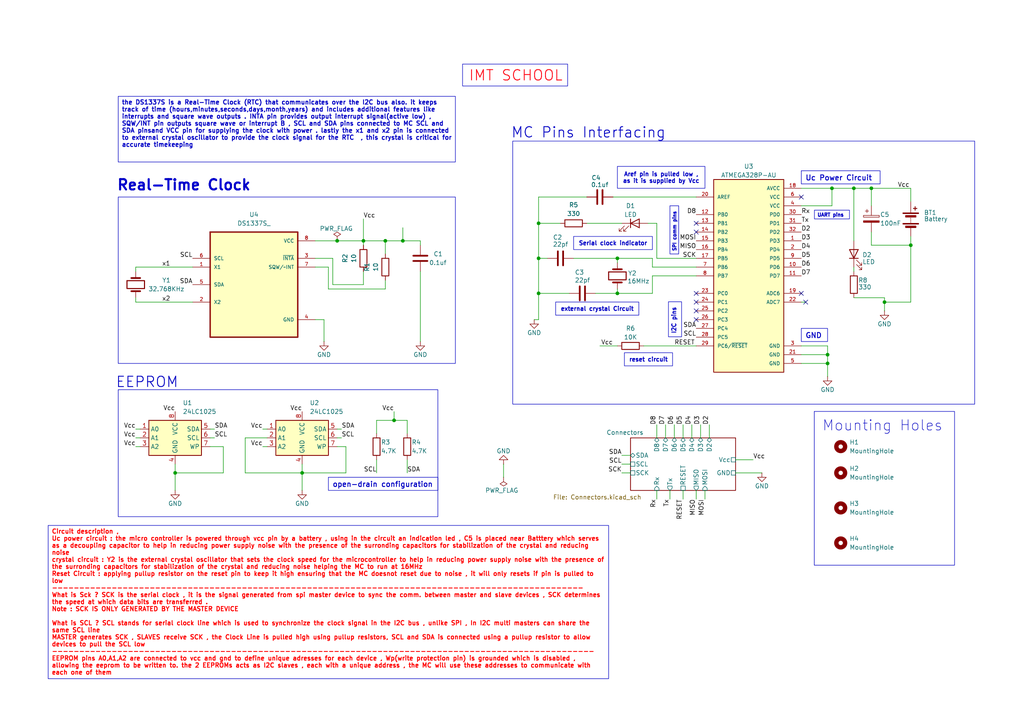
<source format=kicad_sch>
(kicad_sch (version 20231120) (generator "eeschema") (generator_version "8.0")
  (paper "A4")
  (title_block (title "MCU DataLogger") (date "2024-12-23") (rev "2.0") (company "IMT SCHOOL"))
  (lib_symbols
    (symbol "ATMEGA328P-AU:ATMEGA328P-AU" (pin_names (offset 1.016))
      (property "Reference" "U3" (at 0 31.75 0))
      (property "Value" "ATMEGA328P-AU" (at 0 29.21 0))
      (symbol "ATMEGA328P-AU_0_0"
        (rectangle (start -10.16 -27.94) (end 10.16 27.94) (stroke (width 0.254)) (fill (type background)))
        (pin bidirectional line (at 15.24 10.16 180) (length 5.08) (name "PD3") (number "1"))
        (pin bidirectional line (at 15.24 2.54 180) (length 5.08) (name "PD6") (number "10"))
        (pin bidirectional line (at 15.24 0 180) (length 5.08) (name "PD7") (number "11"))
        (pin bidirectional line (at -15.24 17.78 0) (length 5.08) (name "PB0") (number "12"))
        (pin bidirectional line (at -15.24 15.24 0) (length 5.08) (name "PB1") (number "13"))
        (pin bidirectional line (at -15.24 12.7 0) (length 5.08) (name "PB2") (number "14"))
        (pin bidirectional line (at -15.24 10.16 0) (length 5.08) (name "PB3") (number "15"))
        (pin bidirectional line (at -15.24 7.62 0) (length 5.08) (name "PB4") (number "16"))
        (pin bidirectional line (at -15.24 5.08 0) (length 5.08) (name "PB5") (number "17"))
        (pin power_in line (at 15.24 25.4 180) (length 5.08) (name "AVCC") (number "18"))
        (pin bidirectional line (at 15.24 -5.08 180) (length 5.08) (name "ADC6") (number "19"))
        (pin bidirectional line (at 15.24 7.62 180) (length 5.08) (name "PD4") (number "2"))
        (pin input line (at -15.24 22.86 0) (length 5.08) (name "AREF") (number "20"))
        (pin power_in line (at 15.24 -22.86 180) (length 5.08) (name "GND") (number "21"))
        (pin bidirectional line (at 15.24 -7.62 180) (length 5.08) (name "ADC7") (number "22"))
        (pin bidirectional line (at -15.24 -5.08 0) (length 5.08) (name "PC0") (number "23"))
        (pin bidirectional line (at -15.24 -7.62 0) (length 5.08) (name "PC1") (number "24"))
        (pin bidirectional line (at -15.24 -10.16 0) (length 5.08) (name "PC2") (number "25"))
        (pin bidirectional line (at -15.24 -12.7 0) (length 5.08) (name "PC3") (number "26"))
        (pin bidirectional line (at -15.24 -15.24 0) (length 5.08) (name "PC4") (number "27"))
        (pin bidirectional line (at -15.24 -17.78 0) (length 5.08) (name "PC5") (number "28"))
        (pin bidirectional line (at -15.24 -20.32 0) (length 5.08) (name "PC6/~{RESET}") (number "29"))
        (pin power_in line (at 15.24 -20.32 180) (length 5.08) (name "GND") (number "3"))
        (pin bidirectional line (at 15.24 17.78 180) (length 5.08) (name "PD0") (number "30"))
        (pin bidirectional line (at 15.24 15.24 180) (length 5.08) (name "PD1") (number "31"))
        (pin bidirectional line (at 15.24 12.7 180) (length 5.08) (name "PD2") (number "32"))
        (pin power_in line (at 15.24 20.32 180) (length 5.08) (name "VCC") (number "4"))
        (pin power_in line (at 15.24 -25.4 180) (length 5.08) (name "GND") (number "5"))
        (pin power_in line (at 15.24 22.86 180) (length 5.08) (name "VCC") (number "6"))
        (pin bidirectional line (at -15.24 2.54 0) (length 5.08) (name "PB6") (number "7"))
        (pin bidirectional line (at -15.24 0 0) (length 5.08) (name "PB7") (number "8"))
        (pin bidirectional line (at 15.24 5.08 180) (length 5.08) (name "PD5") (number "9"))
      )
    )
    (symbol "DS1337S_:DS1337S_" (pin_names (offset 1.016))
      (property "Reference" "U" (at -12.7 16.24 0))
      (property "Value" "DS1337S_" (at -12.7 -19.24 0))
      (symbol "DS1337S__0_0"
        (rectangle (start -12.7 -15.24) (end 12.7 15.24) (stroke (width 0.41)) (fill (type background)))
        (pin input line (at -17.78 5.08 0) (length 5.08) (name "X1") (number "1"))
        (pin bidirectional line (at -17.78 -5.08 0) (length 5.08) (name "X2") (number "2"))
        (pin output line (at 17.78 7.62 180) (length 5.08) (name "~{INTA}") (number "3"))
        (pin power_in line (at 17.78 -10.16 180) (length 5.08) (name "GND") (number "4"))
        (pin bidirectional line (at -17.78 0 0) (length 5.08) (name "SDA") (number "5"))
        (pin input line (at -17.78 7.62 0) (length 5.08) (name "SCL") (number "6"))
        (pin output line (at 17.78 5.08 180) (length 5.08) (name "SQW/~INT") (number "7"))
        (pin power_in line (at 17.78 12.7 180) (length 5.08) (name "VCC") (number "8"))
      )
    )
    (symbol "Device:Battery" (pin_numbers hide) (pin_names (offset 0) hide)
      (property "Reference" "BT" (at 2.54 2.54 0))
      (property "Value" "Battery" (at 2.54 0 0))
      (symbol "Battery_0_1"
        (rectangle (start -2.286 -1.27) (end 2.286 -1.524) (fill (type outline)))
        (rectangle (start -2.286 1.778) (end 2.286 1.524) (fill (type outline)))
        (rectangle (start -1.524 -2.032) (end 1.524 -2.54) (fill (type outline)))
        (rectangle (start -1.524 1.016) (end 1.524 0.508) (fill (type outline)))
        (polyline (pts (xy 0 -1.016) (xy 0 -0.762)))
        (polyline (pts (xy 0 -0.508) (xy 0 -0.254)))
        (polyline (pts (xy 0 0) (xy 0 0.254)))
        (polyline (pts (xy 0 1.778) (xy 0 2.54)))
        (polyline (pts (xy 0.762 3.048) (xy 1.778 3.048)) (stroke (width 0.254)))
        (polyline (pts (xy 1.27 3.556) (xy 1.27 2.54)) (stroke (width 0.254)))
      )
      (symbol "Battery_1_1"
        (pin passive line (at 0 5.08 270) (length 2.54) (name "+") (number "1"))
        (pin passive line (at 0 -5.08 90) (length 2.54) (name "-") (number "2"))
      )
    )
    (symbol "Device:C" (pin_numbers hide) (pin_names (offset 0.254))
      (property "Reference" "C" (at 0.635 2.54 0))
      (property "Value" "C" (at 0.635 -2.54 0))
      (symbol "C_0_1"
        (polyline (pts (xy -2.032 -0.762) (xy 2.032 -0.762)) (stroke (width 0.508)))
        (polyline (pts (xy -2.032 0.762) (xy 2.032 0.762)) (stroke (width 0.508)))
      )
      (symbol "C_1_1"
        (pin passive line (at 0 3.81 270) (length 2.794) (name "~") (number "1"))
        (pin passive line (at 0 -3.81 90) (length 2.794) (name "~") (number "2"))
      )
    )
    (symbol "Device:C_Polarized" (pin_numbers hide) (pin_names (offset 0.254))
      (property "Reference" "C" (at 0.635 2.54 0))
      (property "Value" "C_Polarized" (at 0.635 -2.54 0))
      (symbol "C_Polarized_0_1"
        (rectangle (start -2.286 0.508) (end 2.286 1.016))
        (polyline (pts (xy -1.778 2.286) (xy -0.762 2.286)))
        (polyline (pts (xy -1.27 2.794) (xy -1.27 1.778)))
        (rectangle (start 2.286 -0.508) (end -2.286 -1.016) (fill (type outline)))
      )
      (symbol "C_Polarized_1_1"
        (pin passive line (at 0 3.81 270) (length 2.794) (name "~") (number "1"))
        (pin passive line (at 0 -3.81 90) (length 2.794) (name "~") (number "2"))
      )
    )
    (symbol "Device:Crystal" (pin_numbers hide) (pin_names (offset 1.016) hide)
      (property "Reference" "Y" (at 0 3.81 0))
      (property "Value" "Crystal" (at 0 -3.81 0))
      (symbol "Crystal_0_1"
        (rectangle (start -1.143 2.54) (end 1.143 -2.54) (stroke (width 0.3048)))
        (polyline (pts (xy -2.54 0) (xy -1.905 0)))
        (polyline (pts (xy -1.905 -1.27) (xy -1.905 1.27)) (stroke (width 0.508)))
        (polyline (pts (xy 1.905 -1.27) (xy 1.905 1.27)) (stroke (width 0.508)))
        (polyline (pts (xy 2.54 0) (xy 1.905 0)))
      )
      (symbol "Crystal_1_1"
        (pin passive line (at -3.81 0 0) (length 1.27) (name "1") (number "1"))
        (pin passive line (at 3.81 0 180) (length 1.27) (name "2") (number "2"))
      )
    )
    (symbol "Device:LED" (pin_numbers hide) (pin_names (offset 1.016) hide)
      (property "Reference" "D" (at 0 2.54 0))
      (property "Value" "LED" (at 0 -2.54 0))
      (symbol "LED_0_1"
        (polyline (pts (xy -1.27 -1.27) (xy -1.27 1.27)) (stroke (width 0.254)))
        (polyline (pts (xy -1.27 0) (xy 1.27 0)))
        (polyline (pts (xy 1.27 -1.27) (xy 1.27 1.27) (xy -1.27 0) (xy 1.27 -1.27)) (stroke (width 0.254)))
        (polyline (pts (xy -3.048 -0.762) (xy -4.572 -2.286) (xy -3.81 -2.286) (xy -4.572 -2.286) (xy -4.572 -1.524)))
        (polyline (pts (xy -1.778 -0.762) (xy -3.302 -2.286) (xy -2.54 -2.286) (xy -3.302 -2.286) (xy -3.302 -1.524)))
      )
      (symbol "LED_1_1"
        (pin passive line (at -3.81 0 0) (length 2.54) (name "K") (number "1"))
        (pin passive line (at 3.81 0 180) (length 2.54) (name "A") (number "2"))
      )
    )
    (symbol "Device:R" (pin_numbers hide) (pin_names (offset 0))
      (property "Reference" "R" (at 2.032 0 90))
      (property "Value" "R" (at 0 0 90))
      (symbol "R_0_1"
        (rectangle (start -1.016 -2.54) (end 1.016 2.54) (stroke (width 0.254)))
      )
      (symbol "R_1_1"
        (pin passive line (at 0 3.81 270) (length 1.27) (name "~") (number "1"))
        (pin passive line (at 0 -3.81 90) (length 1.27) (name "~") (number "2"))
      )
    )
    (symbol "Mechanical:MountingHole" (pin_names (offset 1.016)) (exclude_from_sim yes) (in_bom no)
      (property "Reference" "H" (at 0 5.08 0))
      (property "Value" "MountingHole" (at 0 3.175 0))
      (symbol "MountingHole_0_1"
        (circle (center 0 0) (radius 1.27) (stroke (width 1.27)))
      )
    )
    (symbol "Memory_EEPROM:24LC1025"
      (property "Reference" "U" (at -6.35 6.35 0))
      (property "Value" "24LC1025" (at 1.27 6.35 0))
      (symbol "24LC1025_1_1"
        (rectangle (start -7.62 5.08) (end 7.62 -5.08) (stroke (width 0.254)) (fill (type background)))
        (pin input line (at -10.16 2.54 0) (length 2.54) (name "A0") (number "1"))
        (pin input line (at -10.16 0 0) (length 2.54) (name "A1") (number "2"))
        (pin input line (at -10.16 -2.54 0) (length 2.54) (name "A2") (number "3"))
        (pin power_in line (at 0 -7.62 90) (length 2.54) (name "GND") (number "4"))
        (pin bidirectional line (at 10.16 2.54 180) (length 2.54) (name "SDA") (number "5"))
        (pin input line (at 10.16 0 180) (length 2.54) (name "SCL") (number "6"))
        (pin input line (at 10.16 -2.54 180) (length 2.54) (name "WP") (number "7"))
        (pin power_in line (at 0 7.62 270) (length 2.54) (name "VCC") (number "8"))
      )
    )
    (symbol "power:GND" (power) (pin_numbers hide) (pin_names (offset 0) hide)
      (property "Value" "GND" (at 0 -3.81 0))
      (symbol "GND_0_1"
        (polyline (pts (xy 0 0) (xy 0 -1.27) (xy 1.27 -1.27) (xy 0 -2.54) (xy -1.27 -1.27) (xy 0 -1.27)))
      )
      (symbol "GND_1_1"
        (pin power_in line (at 0 0 270) (length 0) (name "~") (number "1"))
      )
    )
    (symbol "power:PWR_FLAG" (power) (pin_numbers hide) (pin_names (offset 0) hide)
      (property "Value" "PWR_FLAG" (at 0 3.81 0))
      (symbol "PWR_FLAG_0_0"
        (pin power_out line (at 0 0 90) (length 0) (name "~") (number "1"))
      )
      (symbol "PWR_FLAG_0_1"
        (polyline (pts (xy 0 0) (xy 0 1.27) (xy -1.016 1.905) (xy 0 2.54) (xy 1.016 1.905) (xy 0 1.27)))
      )
    )
  )
  (junction (at 179.07 74.93))
  (junction (at 264.16 71.12))
  (junction (at 87.63 137.16))
  (junction (at 156.21 74.93))
  (junction (at 116.84 69.85))
  (junction (at 240.03 102.87))
  (junction (at 105.41 69.85))
  (junction (at 241.3 54.61))
  (junction (at 156.21 85.09))
  (junction (at 111.76 69.85))
  (junction (at 240.03 105.41))
  (junction (at 247.65 54.61))
  (junction (at 179.07 85.09))
  (junction (at 252.73 54.61))
  (junction (at 114.3 121.92))
  (junction (at 156.21 64.77))
  (junction (at 97.79 69.85))
  (junction (at 256.54 87.63))
  (junction (at 50.8 137.16))
  (no_connect (at 201.93 85.09))
  (no_connect (at 201.93 92.71))
  (no_connect (at 201.93 87.63))
  (no_connect (at 201.93 90.17))
  (no_connect (at 232.41 57.15))
  (no_connect (at 201.93 64.77))
  (no_connect (at 232.41 85.09))
  (no_connect (at 233.68 87.63))
  (no_connect (at 201.93 67.31))
  (wire (pts (xy 62.23 127) (xy 60.96 127)))
  (wire (pts (xy 111.76 81.28) (xy 111.76 83.82)))
  (wire (pts (xy 193.04 123.19) (xy 193.04 127)))
  (wire (pts (xy 204.47 142.24) (xy 204.47 144.78)))
  (wire (pts (xy 96.52 82.55) (xy 105.41 82.55)))
  (wire (pts (xy 256.54 86.36) (xy 256.54 87.63)))
  (wire (pts (xy 232.41 105.41) (xy 240.03 105.41)))
  (wire (pts (xy 50.8 134.62) (xy 50.8 137.16)))
  (wire (pts (xy 105.41 69.85) (xy 111.76 69.85)))
  (wire (pts (xy 156.21 64.77) (xy 156.21 74.93)))
  (wire (pts (xy 172.72 85.09) (xy 179.07 85.09)))
  (wire (pts (xy 109.22 133.35) (xy 109.22 137.16)))
  (wire (pts (xy 105.41 69.85) (xy 105.41 71.12)))
  (wire (pts (xy 100.33 129.54) (xy 100.33 137.16)))
  (wire (pts (xy 190.5 74.93) (xy 201.93 74.93)))
  (wire (pts (xy 194.31 142.24) (xy 194.31 144.78)))
  (wire (pts (xy 247.65 54.61) (xy 247.65 69.85)))
  (wire (pts (xy 189.23 80.01) (xy 201.93 80.01)))
  (wire (pts (xy 213.36 137.16) (xy 220.98 137.16)))
  (wire (pts (xy 264.16 58.42) (xy 264.16 54.61)))
  (wire (pts (xy 99.06 124.46) (xy 97.79 124.46)))
  (wire (pts (xy 111.76 69.85) (xy 111.76 73.66)))
  (wire (pts (xy 190.5 64.77) (xy 187.96 64.77)))
  (wire (pts (xy 179.07 76.2) (xy 179.07 74.93)))
  (wire (pts (xy 105.41 63.5) (xy 105.41 69.85)))
  (wire (pts (xy 39.37 127) (xy 40.64 127)))
  (wire (pts (xy 252.73 67.31) (xy 252.73 71.12)))
  (wire (pts (xy 62.23 124.46) (xy 60.96 124.46)))
  (wire (pts (xy 97.79 129.54) (xy 100.33 129.54)))
  (wire (pts (xy 240.03 102.87) (xy 240.03 105.41)))
  (wire (pts (xy 87.63 134.62) (xy 87.63 137.16)))
  (wire (pts (xy 252.73 54.61) (xy 252.73 59.69)))
  (wire (pts (xy 252.73 71.12) (xy 264.16 71.12)))
  (wire (pts (xy 76.2 129.54) (xy 77.47 129.54)))
  (wire (pts (xy 247.65 86.36) (xy 256.54 86.36)))
  (wire (pts (xy 116.84 69.85) (xy 121.92 69.85)))
  (wire (pts (xy 200.66 123.19) (xy 200.66 127)))
  (wire (pts (xy 118.11 121.92) (xy 118.11 125.73)))
  (wire (pts (xy 189.23 85.09) (xy 189.23 80.01)))
  (wire (pts (xy 60.96 129.54) (xy 64.77 129.54)))
  (wire (pts (xy 64.77 129.54) (xy 64.77 137.16)))
  (wire (pts (xy 121.92 78.74) (xy 121.92 99.06)))
  (wire (pts (xy 116.84 66.04) (xy 116.84 69.85)))
  (wire (pts (xy 256.54 87.63) (xy 256.54 90.17)))
  (wire (pts (xy 87.63 137.16) (xy 87.63 142.24)))
  (wire (pts (xy 190.5 64.77) (xy 190.5 74.93)))
  (wire (pts (xy 232.41 100.33) (xy 240.03 100.33)))
  (wire (pts (xy 105.41 78.74) (xy 105.41 82.55)))
  (wire (pts (xy 241.3 54.61) (xy 241.3 59.69)))
  (wire (pts (xy 39.37 87.63) (xy 55.88 87.63)))
  (wire (pts (xy 95.25 83.82) (xy 111.76 83.82)))
  (wire (pts (xy 121.92 69.85) (xy 121.92 71.12)))
  (wire (pts (xy 114.3 119.38) (xy 114.3 121.92)))
  (wire (pts (xy 233.68 87.63) (xy 232.41 87.63)))
  (wire (pts (xy 111.76 69.85) (xy 116.84 69.85)))
  (wire (pts (xy 198.12 142.24) (xy 198.12 144.78)))
  (wire (pts (xy 203.2 123.19) (xy 203.2 127)))
  (wire (pts (xy 50.8 137.16) (xy 64.77 137.16)))
  (wire (pts (xy 39.37 77.47) (xy 55.88 77.47)))
  (wire (pts (xy 71.12 127) (xy 77.47 127)))
  (wire (pts (xy 165.1 85.09) (xy 156.21 85.09)))
  (wire (pts (xy 179.07 74.93) (xy 189.23 74.93)))
  (wire (pts (xy 256.54 87.63) (xy 264.16 87.63)))
  (wire (pts (xy 232.41 59.69) (xy 241.3 59.69)))
  (wire (pts (xy 91.44 77.47) (xy 95.25 77.47)))
  (wire (pts (xy 252.73 54.61) (xy 264.16 54.61)))
  (wire (pts (xy 180.34 137.16) (xy 182.88 137.16)))
  (wire (pts (xy 158.75 74.93) (xy 156.21 74.93)))
  (wire (pts (xy 97.79 69.85) (xy 105.41 69.85)))
  (wire (pts (xy 96.52 74.93) (xy 96.52 82.55)))
  (wire (pts (xy 99.06 127) (xy 97.79 127)))
  (wire (pts (xy 114.3 121.92) (xy 118.11 121.92)))
  (wire (pts (xy 264.16 71.12) (xy 264.16 87.63)))
  (wire (pts (xy 213.36 133.35) (xy 218.44 133.35)))
  (wire (pts (xy 247.65 54.61) (xy 252.73 54.61)))
  (wire (pts (xy 190.5 123.19) (xy 190.5 127)))
  (wire (pts (xy 186.69 100.33) (xy 201.93 100.33)))
  (wire (pts (xy 180.34 132.08) (xy 182.88 132.08)))
  (wire (pts (xy 156.21 57.15) (xy 170.18 57.15)))
  (wire (pts (xy 91.44 69.85) (xy 97.79 69.85)))
  (wire (pts (xy 50.8 137.16) (xy 50.8 142.24)))
  (wire (pts (xy 93.98 92.71) (xy 93.98 99.06)))
  (wire (pts (xy 170.18 64.77) (xy 180.34 64.77)))
  (wire (pts (xy 195.58 123.19) (xy 195.58 127)))
  (wire (pts (xy 156.21 85.09) (xy 156.21 92.71)))
  (wire (pts (xy 179.07 83.82) (xy 179.07 85.09)))
  (wire (pts (xy 71.12 127) (xy 71.12 137.16)))
  (wire (pts (xy 190.5 142.24) (xy 190.5 144.78)))
  (wire (pts (xy 173.99 100.33) (xy 179.07 100.33)))
  (wire (pts (xy 189.23 74.93) (xy 189.23 77.47)))
  (wire (pts (xy 76.2 124.46) (xy 77.47 124.46)))
  (wire (pts (xy 198.12 123.19) (xy 198.12 127)))
  (wire (pts (xy 39.37 124.46) (xy 40.64 124.46)))
  (wire (pts (xy 39.37 129.54) (xy 40.64 129.54)))
  (wire (pts (xy 240.03 105.41) (xy 240.03 109.22)))
  (wire (pts (xy 95.25 77.47) (xy 95.25 83.82)))
  (wire (pts (xy 156.21 74.93) (xy 156.21 85.09)))
  (wire (pts (xy 91.44 92.71) (xy 93.98 92.71)))
  (wire (pts (xy 180.34 134.62) (xy 182.88 134.62)))
  (wire (pts (xy 156.21 92.71) (xy 154.94 92.71)))
  (wire (pts (xy 118.11 133.35) (xy 118.11 137.16)))
  (wire (pts (xy 91.44 74.93) (xy 96.52 74.93)))
  (wire (pts (xy 241.3 54.61) (xy 247.65 54.61)))
  (wire (pts (xy 109.22 121.92) (xy 109.22 125.73)))
  (wire (pts (xy 87.63 137.16) (xy 100.33 137.16)))
  (wire (pts (xy 232.41 102.87) (xy 240.03 102.87)))
  (wire (pts (xy 162.56 64.77) (xy 156.21 64.77)))
  (wire (pts (xy 39.37 86.36) (xy 39.37 87.63)))
  (wire (pts (xy 205.74 123.19) (xy 205.74 127)))
  (wire (pts (xy 264.16 68.58) (xy 264.16 71.12)))
  (wire (pts (xy 39.37 77.47) (xy 39.37 78.74)))
  (wire (pts (xy 177.8 57.15) (xy 201.93 57.15)))
  (wire (pts (xy 189.23 77.47) (xy 201.93 77.47)))
  (wire (pts (xy 179.07 85.09) (xy 189.23 85.09)))
  (wire (pts (xy 201.93 142.24) (xy 201.93 144.78)))
  (wire (pts (xy 166.37 74.93) (xy 179.07 74.93)))
  (wire (pts (xy 71.12 137.16) (xy 87.63 137.16)))
  (wire (pts (xy 247.65 77.47) (xy 247.65 78.74)))
  (wire (pts (xy 232.41 54.61) (xy 241.3 54.61)))
  (wire (pts (xy 156.21 57.15) (xy 156.21 64.77)))
  (wire (pts (xy 146.05 134.62) (xy 146.05 138.43)))
  (wire (pts (xy 240.03 100.33) (xy 240.03 102.87)))
  (wire (pts (xy 109.22 121.92) (xy 114.3 121.92)))
  (rectangle (start 34.29 57.15) (end 132.08 105.41))
  (rectangle (start 148.717 40.9194) (end 282.702 117.221))
  (rectangle (start 134.1628 18.5928) (end 164.6428 24.9428))
  (rectangle (start 34.29 113.03) (end 127 149.86))
  (text_box "Aref pin is pulled low , as it is supplied by Vcc" (at 179.07 48.26 0) (size 25.4 6.35) (effects (font (size 1.2 1.2) (thickness 0.254) (bold yes))))
  (text_box "Serial clock indicator" (at 166.37 68.58 0) (size 22.86 3.81) (effects (font (size 1.2 1.2) (thickness 0.254) (bold yes))))
  (text_box "the DS1337S is a Real-Time Clock (RTC) that communicates over the I2C bus also. it keeps track of time (hours,minutes,seconds,days,month,years) and includes additional features like interrupts and square wave outputs . INTA pin provides output interrupt signal(active low) , SQW/INT pin outputs square wave or interrupt B , SCL and SDA pins connected to MC SCL and SDA pinsand VCC pin for supplying the clock with power . lastly the x1 and x2 pin is connected to external crystal oscillator to provide the clock signal for the RTC  , this crystal is critical for accurate timekeeping " (at 34.29 27.94 0) (size 97.79 19.05) (effects (font (size 1.27 1.27) (thickness 0.254) (bold yes)) (justify left top)))
  (text_box "external crystal Circuit" (at 161.163 87.6046 0) (size 24.13 3.81) (effects (font (size 1.2 1.2) (thickness 0.254) (bold yes))))
  (text_box "SPI comm pins" (at 194.31 59.69 90) (size 2.54 13.97) (effects (font (size 1 1) (thickness 0.254) (bold yes)) (justify left top)))
  (text_box "reset circuit\n" (at 181.102 102.3112 0) (size 13.97 3.81) (effects (font (size 1.2 1.2) (thickness 0.254) (bold yes))))
  (text_box "Uc Power Circuit" (at 232.41 49.53 0) (size 22.86 3.81) (effects (font (size 1.5 1.5) (thickness 0.254) (bold yes)) (justify left top)))
  (text_box "I2C pins" (at 193.8782 87.5284 90) (size 3.81 10.16) (effects (font (size 1.2 1.2) (thickness 0.254) (bold yes)) (justify left top)))
  (text_box "UART pins" (at 246.38 63.5 0) (size -10.16 -2.54) (effects (font (size 1 1) (thickness 0.254) (bold yes)) (justify left top)))
  (text_box "Mounting Holes" (at 236.1692 119.3292 0) (size 40.6908 44.6024) (effects (font (size 3 3)) (justify left top)))
  (text_box "Circuit description ,\nUc power circuit : the micro controller is powered through vcc pin by a battery , using in the circuit an indication led , C5 is placed near Batttery which serves as a decoupling capacitor to help in reducing power supply noise with the presence of the surronding capacitors for stabilization of the crystal and reducing noise\ncrystal circuit : Y2 is the external crystal oscillator that sets the clock speed for the microcontroller to help in reducing power supply noise with the presence of the surronding capacitors for stabilization of the crystal and reducing noise helping the MC to run at 16MHz\nReset Circuit : applying pullup resistor on the reset pin to keep it high ensuring that the MC doesnot reset due to noise , it will only resets if pin is pulled to low\n--------------------------------------------------------------------------------------------------\nWhat is Sck ? SCK is the serial clock , it is the signal generated from spi master device to sync the comm. between master and slave devices , SCK determines the speed at which data bits are transferred .\nNote : SCK IS ONLY GENERATED BY THE MASTER DEVICE\n\nWhat is SCL ? SCL stands for serial clock line which is used to synchronize the clock signal in the I2C bus , unlike SPI , In I2C multi masters can share the same SCL line \nMASTER generates SCK , SLAVES receive SCK , the Clock Line is pulled high using pullup resistors, SCL and SDA is connected using a pullup resistor to allow devices to pull the SCL low \n----------------------------------------------------------------------------------------------------\nEEPROM pins A0,A1,A2 are connected to vcc and gnd to define unique adresses for each device , Wp(write protection pin) is grounded which is disabled , allowing the eeprom to be written to. the 2 EEPROMs acts as I2C slaves , each with a unique address , the MC will use these addresses to communicate with each one of them " (at 13.97 152.4 0) (size 162.56 44.45) (effects (font (size 1.27 1.27) (thickness 0.254) (bold yes)) (justify left top)))
  (text_box "GND" (at 232.41 95.25 0) (size 7.62 3.81) (effects (font (size 1.5 1.5) (thickness 0.254) (bold yes)) (justify left top)))
  (text_box "open-drain configuration" (at 95.25 138.43 0) (size 31.75 3.81) (effects (font (size 1.5 1.5) (thickness 0.254) (bold yes)) (justify left top)))
  (text "MC Pins Interfacing" (at 170.688 38.608 0) (effects (font (size 3 3) (thickness 0.254) (bold yes))))
  (text "IMT SCHOOL" (at 135.89 20.32 0) (effects (font (size 3 3) (thickness 0.254) (bold yes)) (justify left top)))
  (text "EEPROM" (at 42.672 110.998 0) (effects (font (size 3 3) (thickness 0.254) (bold yes))))
  (text "Real-Time Clock\n" (at 53.34 53.848 0) (effects (font (size 3 3) (thickness 0.6) (bold yes))))
  (label "Vcc" (at 39.37 124.46 180) (effects (font (thickness 0.1588))))
  (label "x2" (at 46.99 87.63 0))
  (label "Tx" (at 232.41 64.77 0) (effects (font (thickness 0.1588))))
  (label "Vcc" (at 39.37 127 180) (effects (font (thickness 0.1588))))
  (label "D7" (at 193.04 123.19 90) (effects (font (thickness 0.1588))))
  (label "MISO" (at 201.93 72.39 180) (effects (font (thickness 0.1588))))
  (label "RESET" (at 198.12 144.78 270) (effects (font (thickness 0.1588))))
  (label "Tx" (at 194.31 144.78 270) (effects (font (thickness 0.1588))))
  (label "SDA" (at 62.23 124.46 0) (effects (font (thickness 0.1588))))
  (label "D8" (at 201.93 62.23 180) (effects (font (thickness 0.1588))))
  (label "Vcc" (at 105.41 63.5 0) (effects (font (thickness 0.1588))))
  (label "Vcc" (at 260.35 54.61 0) (effects (font (thickness 0.1588))))
  (label "D5" (at 198.12 123.19 90) (effects (font (thickness 0.1588))))
  (label "D3" (at 232.41 69.85 0) (effects (font (thickness 0.1588))))
  (label "SDA" (at 55.88 82.55 180) (effects (font (thickness 0.1588))))
  (label "D8" (at 190.5 123.19 90) (effects (font (thickness 0.1588))))
  (label "SCL" (at 55.88 74.93 180) (effects (font (thickness 0.1588))))
  (label "D4" (at 232.41 72.39 0) (effects (font (thickness 0.1588))))
  (label "Vcc" (at 76.2 124.46 180) (effects (font (thickness 0.1588))))
  (label "D3" (at 203.2 123.19 90) (effects (font (thickness 0.1588))))
  (label "SDA" (at 180.34 132.08 180) (effects (font (thickness 0.1588))))
  (label "D2" (at 232.41 67.31 0) (effects (font (thickness 0.1588))))
  (label "Vcc" (at 76.2 129.54 180) (effects (font (thickness 0.1588))))
  (label "D2" (at 205.74 123.19 90) (effects (font (thickness 0.1588))))
  (label "SCL" (at 62.23 127 0) (effects (font (thickness 0.1588))))
  (label "SCL" (at 99.06 127 0) (effects (font (thickness 0.1588))))
  (label "SCL" (at 109.22 137.16 180) (effects (font (thickness 0.1588))))
  (label "SDA" (at 118.11 137.16 0) (effects (font (thickness 0.1588))))
  (label "SCK" (at 180.34 137.16 180))
  (label "D5" (at 232.41 74.93 0) (effects (font (thickness 0.1588))))
  (label "MOSI" (at 204.47 144.78 270) (effects (font (thickness 0.1588))))
  (label "SDA" (at 201.93 95.25 180) (effects (font (thickness 0.1588))))
  (label "SCL" (at 180.34 134.62 180) (effects (font (thickness 0.1588))))
  (label "Vcc" (at 39.37 129.54 180) (effects (font (thickness 0.1588))))
  (label "Vcc" (at 50.8 119.38 180) (effects (font (thickness 0.1588))))
  (label "Vcc" (at 177.8 100.33 180) (effects (font (thickness 0.1588))))
  (label "D6" (at 232.41 77.47 0) (effects (font (thickness 0.1588))))
  (label "MOSI" (at 201.93 69.85 180) (effects (font (thickness 0.1588))))
  (label "Vcc" (at 87.63 119.38 180) (effects (font (thickness 0.1588))))
  (label "SCK" (at 201.93 74.93 180) (effects (font (thickness 0.1588))))
  (label "Vcc" (at 218.44 133.35 0) (effects (font (thickness 0.1588))))
  (label "D6" (at 195.58 123.19 90) (effects (font (thickness 0.1588))))
  (label "MISO" (at 201.93 144.78 270) (effects (font (thickness 0.1588))))
  (label "Rx" (at 232.41 62.23 0) (effects (font (thickness 0.1588))))
  (label "Rx" (at 190.5 144.78 270) (effects (font (thickness 0.1588))))
  (label "RESET" (at 195.58 100.33 0) (effects (font (thickness 0.1588))))
  (label "Vcc" (at 114.3 119.38 180) (effects (font (thickness 0.1588))))
  (label "x1" (at 46.99 77.47 0))
  (label "SDA" (at 99.06 124.46 0) (effects (font (thickness 0.1588))))
  (label "SCL" (at 201.93 97.79 180) (effects (font (thickness 0.1588))))
  (label "D7" (at 232.41 80.01 0) (effects (font (thickness 0.1588))))
  (label "D4" (at 200.66 123.19 90) (effects (font (thickness 0.1588))))
  (symbol (lib_id "power:PWR_FLAG") (at 146.05 138.43 180) (unit 1)
    (property "Reference" "#FLG03" (effects (hide yes)))
    (property "Value" "PWR_FLAG" (at 145.542 142.24 0))
    (property "Description" "Special symbol for telling ERC where power comes from" (effects (hide yes)))
  )
  (symbol (lib_id "DS1337S_:DS1337S_") (at 73.66 82.55 0) (unit 1)
    (property "Reference" "U4" (at 73.66 62.23 0))
    (property "Value" "DS1337S_" (at 73.66 64.77 0))
    (property "Footprint" "footprints:SOIC127P600X175-8N" (effects (hide yes)))
    (property "MF" "Analog Devices" (effects (hide yes)))
    (property "Description_1" "\n                        \n                            I²C Serial Real-Time Clock\n                        \n" (effects (hide yes)))
    (property "Package" "SOIC-8 Maxim" (effects (hide yes)))
    (property "Price" "None" (effects (hide yes)))
    (property "SnapEDA_Link" "https://www.snapeda.com/parts/DS1337S+/Analog+Devices/view-part/?ref=snap" (effects (hide yes)))
    (property "MP" "DS1337S+" (effects (hide yes)))
    (property "Availability" "In Stock" (effects (hide yes)))
    (property "Check_prices" "https://www.snapeda.com/parts/DS1337S+/Analog+Devices/view-part/?ref=eda" (effects (hide yes)))
  )
  (symbol (lib_id "power:GND") (at 121.92 99.06 0) (unit 1)
    (property "Reference" "#PWR02" (effects (hide yes)))
    (property "Value" "GND" (at 121.92 102.87 0))
    (property "Description" "Power symbol creates a global label with name \"GND\" , ground" (effects (hide yes)))
  )
  (symbol (lib_id "Device:R") (at 105.41 74.93 180) (unit 1)
    (property "Reference" "R2" (at 100.076 74.93 90))
    (property "Value" "10" (at 102.616 74.93 90))
    (property "Footprint" "Resistor_SMD:R_0805_2012Metric" (effects (hide yes)))
    (property "Description" "Resistor" (effects (hide yes)))
  )
  (symbol (lib_id "power:GND") (at 50.8 142.24 0) (unit 1)
    (property "Reference" "#PWR04" (effects (hide yes)))
    (property "Value" "GND" (at 50.8 146.05 0))
    (property "Description" "Power symbol creates a global label with name \"GND\" , ground" (effects (hide yes)))
  )
  (symbol (lib_id "ATMEGA328P-AU:ATMEGA328P-AU") (at 217.17 80.01 0) (unit 1)
    (property "Reference" "U3" (at 217.17 48.26 0))
    (property "Value" "ATMEGA328P-AU" (at 217.17 50.8 0))
    (property "Footprint" "footprints:QFP80P900X900X120-32N" (effects (hide yes)))
    (property "MF" "Microchip" (effects (hide yes)))
    (property "MAXIMUM_PACKAGE_HEIGHT" "1.20mm" (effects (hide yes)))
    (property "Package" "TQFP-32 Microchip" (effects (hide yes)))
    (property "Price" "None" (effects (hide yes)))
    (property "Check_prices" "https://www.snapeda.com/parts/ATMEGA328P-AU/Microchip/view-part/?ref=eda" (effects (hide yes)))
    (property "STANDARD" "IPC-7351B" (effects (hide yes)))
    (property "PARTREV" "8271A" (effects (hide yes)))
    (property "SnapEDA_Link" "https://www.snapeda.com/parts/ATMEGA328P-AU/Microchip/view-part/?ref=snap" (effects (hide yes)))
    (property "MP" "ATMEGA328P-AU" (effects (hide yes)))
    (property "Description_1" "\n                        \n                            AVR AVR® ATmega Microcontroller IC 8-Bit 20MHz 32KB (16K x 16) FLASH 32-TQFP (7x7)\n                        \n" (effects (hide yes)))
    (property "Availability" "In Stock" (effects (hide yes)))
    (property "MANUFACTURER" "Microchip" (effects (hide yes)))
  )
  (symbol (lib_id "power:GND") (at 87.63 142.24 0) (unit 1)
    (property "Reference" "#PWR03" (effects (hide yes)))
    (property "Value" "GND" (at 87.63 146.05 0))
    (property "Description" "Power symbol creates a global label with name \"GND\" , ground" (effects (hide yes)))
  )
  (symbol (lib_id "Device:R") (at 182.88 100.33 90) (unit 1)
    (property "Reference" "R6" (at 182.88 95.25 90))
    (property "Value" "10K" (at 182.88 97.79 90))
    (property "Footprint" "Resistor_SMD:R_0805_2012Metric" (effects (hide yes)))
    (property "Description" "Resistor" (effects (hide yes)))
  )
  (symbol (lib_id "Device:C") (at 121.92 74.93 0) (unit 1)
    (property "Reference" "C1" (at 125.73 73.66 0) (effects (justify left)))
    (property "Value" "0.1uf" (at 124.46 76.2001 0) (effects (justify left)))
    (property "Footprint" "Capacitor_SMD:C_0805_2012Metric" (effects (hide yes)))
    (property "Description" "Unpolarized capacitor" (effects (hide yes)))
  )
  (symbol (lib_id "Device:R") (at 111.76 77.47 180) (unit 1)
    (property "Reference" "R1" (at 106.426 77.47 90))
    (property "Value" "10" (at 108.966 77.47 90))
    (property "Footprint" "Resistor_SMD:R_0805_2012Metric" (effects (hide yes)))
    (property "Description" "Resistor" (effects (hide yes)))
  )
  (symbol (lib_id "Device:Crystal") (at 179.07 80.01 90) (unit 1)
    (property "Reference" "Y2" (at 183.388 79.248 90))
    (property "Value" "16MHz" (at 185.166 81.534 90))
    (property "Footprint" "Crystal:Crystal_SMD_5032-2Pin_5.0x3.2mm_HandSoldering" (effects (hide yes)))
    (property "Description" "Two pin crystal" (effects (hide yes)))
  )
  (symbol (lib_id "Device:C") (at 173.99 57.15 90) (unit 1)
    (property "Reference" "C4" (at 174.244 51.562 90) (effects (justify left)))
    (property "Value" "0.1uf" (at 176.53 53.594 90) (effects (justify left)))
    (property "Footprint" "Capacitor_SMD:C_0805_2012Metric" (effects (hide yes)))
    (property "Description" "Unpolarized capacitor" (effects (hide yes)))
  )
  (symbol (lib_id "power:GND") (at 93.98 99.06 0) (unit 1)
    (property "Reference" "#PWR01" (effects (hide yes)))
    (property "Value" "GND" (at 93.98 102.87 0))
    (property "Description" "Power symbol creates a global label with name \"GND\" , ground" (effects (hide yes)))
  )
  (symbol (lib_id "Mechanical:MountingHole") (at 243.84 157.48 0) (unit 1) (exclude_from_sim yes) (in_bom no)
    (property "Reference" "H4" (at 246.38 156.2099 0) (effects (justify left)))
    (property "Value" "MountingHole" (at 246.38 158.7499 0) (effects (justify left)))
    (property "Footprint" "MountingHole:MountingHole_2.1mm" (effects (hide yes)))
    (property "Description" "Mounting Hole without connection" (effects (hide yes)))
  )
  (symbol (lib_id "Device:C") (at 162.56 74.93 90) (unit 1)
    (property "Reference" "C2" (at 163.068 68.834 90) (effects (justify left)))
    (property "Value" "22pf" (at 164.846 70.866 90) (effects (justify left)))
    (property "Footprint" "Capacitor_SMD:C_0805_2012Metric" (effects (hide yes)))
    (property "Description" "Unpolarized capacitor" (effects (hide yes)))
  )
  (symbol (lib_id "Device:LED") (at 184.15 64.77 0) (unit 1)
    (property "Reference" "D1" (at 182.88 59.69 0))
    (property "Value" "LED" (at 182.88 62.23 0))
    (property "Footprint" "LED_SMD:LED_0805_2012Metric" (effects (hide yes)))
    (property "Description" "Light emitting diode" (effects (hide yes)))
  )
  (symbol (lib_id "Device:R") (at 166.37 64.77 90) (unit 1)
    (property "Reference" "R5" (at 166.37 59.436 90))
    (property "Value" "330" (at 166.37 61.976 90))
    (property "Footprint" "Resistor_SMD:R_0805_2012Metric" (effects (hide yes)))
    (property "Description" "Resistor" (effects (hide yes)))
  )
  (symbol (lib_id "Device:R") (at 247.65 82.55 0) (unit 1)
    (property "Reference" "R8" (at 248.92 81.28 0) (effects (justify left)))
    (property "Value" "330" (at 248.92 82.55 0) (effects (justify left top)))
    (property "Footprint" "Resistor_SMD:R_0805_2012Metric" (effects (hide yes)))
    (property "Description" "Resistor" (effects (hide yes)))
  )
  (symbol (lib_id "Device:C") (at 168.91 85.09 90) (unit 1)
    (property "Reference" "C3" (at 169.418 78.994 90) (effects (justify left)))
    (property "Value" "22pf" (at 171.196 81.28 90) (effects (justify left)))
    (property "Footprint" "Capacitor_SMD:C_0805_2012Metric" (effects (hide yes)))
    (property "Description" "Unpolarized capacitor" (effects (hide yes)))
  )
  (symbol (lib_id "Mechanical:MountingHole") (at 243.84 147.32 0) (unit 1) (exclude_from_sim yes) (in_bom no)
    (property "Reference" "H3" (at 246.38 146.0499 0) (effects (justify left)))
    (property "Value" "MountingHole" (at 246.38 148.5899 0) (effects (justify left)))
    (property "Footprint" "MountingHole:MountingHole_2.1mm" (effects (hide yes)))
    (property "Description" "Mounting Hole without connection" (effects (hide yes)))
  )
  (symbol (lib_id "Device:Battery") (at 264.16 63.5 0) (unit 1)
    (property "Reference" "BT1" (at 267.97 61.6584 0) (effects (justify left)))
    (property "Value" "Battery" (at 267.97 63.5 0) (effects (justify left)))
    (property "Footprint" "Connector_PinHeader_2.54mm:PinHeader_1x02_P2.54mm_Vertical" (effects (hide yes)))
    (property "Description" "Multiple-cell battery" (effects (hide yes)))
  )
  (symbol (lib_id "power:PWR_FLAG") (at 97.79 69.85 0) (unit 1)
    (property "Reference" "#FLG05" (effects (hide yes)))
    (property "Value" "PWR_FLAG" (at 97.536 66.294 0))
    (property "Description" "Special symbol for telling ERC where power comes from" (effects (hide yes)))
  )
  (symbol (lib_id "power:GND") (at 220.98 137.16 0) (unit 1)
    (property "Reference" "#PWR09" (effects (hide yes)))
    (property "Value" "GND" (at 220.98 140.97 0))
    (property "Description" "Power symbol creates a global label with name \"GND\" , ground" (effects (hide yes)))
  )
  (symbol (lib_id "power:GND") (at 146.05 134.62 180) (unit 1)
    (property "Reference" "#PWR08" (effects (hide yes)))
    (property "Value" "GND" (at 146.05 130.81 0))
    (property "Description" "Power symbol creates a global label with name \"GND\" , ground" (effects (hide yes)))
  )
  (symbol (lib_id "Device:LED") (at 247.65 73.66 90) (unit 1)
    (property "Reference" "D2" (at 251.46 73.914 90))
    (property "Value" "LED" (at 251.968 75.946 90))
    (property "Footprint" "LED_SMD:LED_0805_2012Metric" (effects (hide yes)))
    (property "Description" "Light emitting diode" (effects (hide yes)))
  )
  (symbol (lib_id "Device:C_Polarized") (at 252.73 63.5 0) (unit 1)
    (property "Reference" "C5" (at 255.27 62.23 0) (effects (justify left)))
    (property "Value" "100nF" (at 255.27 64.77 0) (effects (justify left)))
    (property "Footprint" "Capacitor_SMD:C_0805_2012Metric" (effects (hide yes)))
    (property "Description" "Polarized capacitor" (effects (hide yes)))
  )
  (symbol (lib_id "Memory_EEPROM:24LC1025") (at 87.63 127 0) (unit 1)
    (property "Reference" "U2" (at 89.8241 116.84 0) (effects (justify left)))
    (property "Value" "24LC1025" (at 89.8241 119.38 0) (effects (justify left)))
    (property "Footprint" "Package_SO:SOIC-8_5.23x5.23mm_P1.27mm" (effects (hide yes)))
    (property "Datasheet" "http://ww1.microchip.com/downloads/en/DeviceDoc/21941B.pdf" (effects (hide yes)))
    (property "Description" "I2C Serial EEPROM, 1024Kb, DIP-8/SOIC-8/TSSOP-8/DFN-8" (effects (hide yes)))
  )
  (symbol (lib_id "Device:R") (at 118.11 129.54 0) (unit 1)
    (property "Reference" "R4" (at 119.38 128.27 0) (effects (justify left)))
    (property "Value" "4.7K" (at 119.38 130.81 0) (effects (justify left)))
    (property "Footprint" "Resistor_SMD:R_0805_2012Metric" (effects (hide yes)))
    (property "Description" "Resistor" (effects (hide yes)))
  )
  (symbol (lib_id "power:GND") (at 240.03 109.22 0) (unit 1)
    (property "Reference" "#PWR05" (effects (hide yes)))
    (property "Value" "GND" (at 240.03 113.03 0))
    (property "Description" "Power symbol creates a global label with name \"GND\" , ground" (effects (hide yes)))
  )
  (symbol (lib_id "Memory_EEPROM:24LC1025") (at 50.8 127 0) (unit 1)
    (property "Reference" "U1" (at 52.9941 116.84 0) (effects (justify left)))
    (property "Value" "24LC1025" (at 52.9941 119.38 0) (effects (justify left)))
    (property "Footprint" "Package_SO:SOIC-8_5.23x5.23mm_P1.27mm" (effects (hide yes)))
    (property "Datasheet" "http://ww1.microchip.com/downloads/en/DeviceDoc/21941B.pdf" (effects (hide yes)))
    (property "Description" "I2C Serial EEPROM, 1024Kb, DIP-8/SOIC-8/TSSOP-8/DFN-8" (effects (hide yes)))
  )
  (symbol (lib_id "Device:Crystal") (at 39.37 82.55 270) (unit 1)
    (property "Reference" "Y1" (at 48.26 81.28 90))
    (property "Value" "32.768KHz" (at 48.26 83.82 90))
    (property "Footprint" "Crystal:Crystal_SMD_5032-2Pin_5.0x3.2mm_HandSoldering" (effects (hide yes)))
    (property "Description" "Two pin crystal" (effects (hide yes)))
  )
  (symbol (lib_id "Device:R") (at 109.22 129.54 0) (unit 1)
    (property "Reference" "R3" (at 110.49 128.27 0) (effects (justify left)))
    (property "Value" "4.7K" (at 110.49 130.81 0) (effects (justify left)))
    (property "Footprint" "Resistor_SMD:R_0805_2012Metric" (effects (hide yes)))
    (property "Description" "Resistor" (effects (hide yes)))
  )
  (symbol (lib_id "power:GND") (at 154.94 92.71 0) (unit 1)
    (property "Reference" "#PWR07" (effects (hide yes)))
    (property "Value" "GND" (at 154.94 96.52 0))
    (property "Description" "Power symbol creates a global label with name \"GND\" , ground" (effects (hide yes)))
  )
  (symbol (lib_id "Mechanical:MountingHole") (at 243.84 137.16 0) (unit 1) (exclude_from_sim yes) (in_bom no)
    (property "Reference" "H2" (at 246.38 135.8899 0) (effects (justify left)))
    (property "Value" "MountingHole" (at 246.38 138.4299 0) (effects (justify left)))
    (property "Footprint" "MountingHole:MountingHole_2.1mm" (effects (hide yes)))
    (property "Description" "Mounting Hole without connection" (effects (hide yes)))
  )
  (symbol (lib_id "power:GND") (at 256.54 90.17 0) (unit 1)
    (property "Reference" "#PWR06" (effects (hide yes)))
    (property "Value" "GND" (at 256.54 93.98 0))
    (property "Description" "Power symbol creates a global label with name \"GND\" , ground" (effects (hide yes)))
  )
  (symbol (lib_id "Mechanical:MountingHole") (at 243.84 129.54 0) (unit 1) (exclude_from_sim yes) (in_bom no)
    (property "Reference" "H1" (at 246.38 128.2699 0) (effects (justify left)))
    (property "Value" "MountingHole" (at 246.38 130.8099 0) (effects (justify left)))
    (property "Footprint" "MountingHole:MountingHole_2.1mm" (effects (hide yes)))
    (property "Description" "Mounting Hole without connection" (effects (hide yes)))
  )
  (sheet (at 182.88 127) (size 30.48 15.24) (stroke (width 0.1524))
    (property "Sheetname" "Connectors" (at 175.895 126.1872 0) (effects (justify left bottom)))
    (property "Sheetfile" "Connectors.kicad_sch" (at 160.401 143.4592 0) (effects (justify left top)))
    (pin "Vcc" passive (at 213.36 133.35 0))
    (pin "SDA" bidirectional (at 182.88 132.08 180))
    (pin "GND" passive (at 213.36 137.16 0))
    (pin "SCL" passive (at 182.88 134.62 180))
    (pin "D8" bidirectional (at 190.5 127 90))
    (pin "D6" bidirectional (at 195.58 127 90))
    (pin "D3" bidirectional (at 203.2 127 90))
    (pin "D2" bidirectional (at 205.74 127 90))
    (pin "D4" bidirectional (at 200.66 127 90))
    (pin "D5" bidirectional (at 198.12 127 90))
    (pin "D7" bidirectional (at 193.04 127 90))
    (pin "Rx" input (at 190.5 142.24 270))
    (pin "Tx" output (at 194.31 142.24 270))
    (pin "MOSI" input (at 204.47 142.24 270))
    (pin "MISO" output (at 201.93 142.24 270))
    (pin "RESET" passive (at 198.12 142.24 270))
    (pin "SCK" passive (at 182.88 137.16 180))
  )
)
</source>
